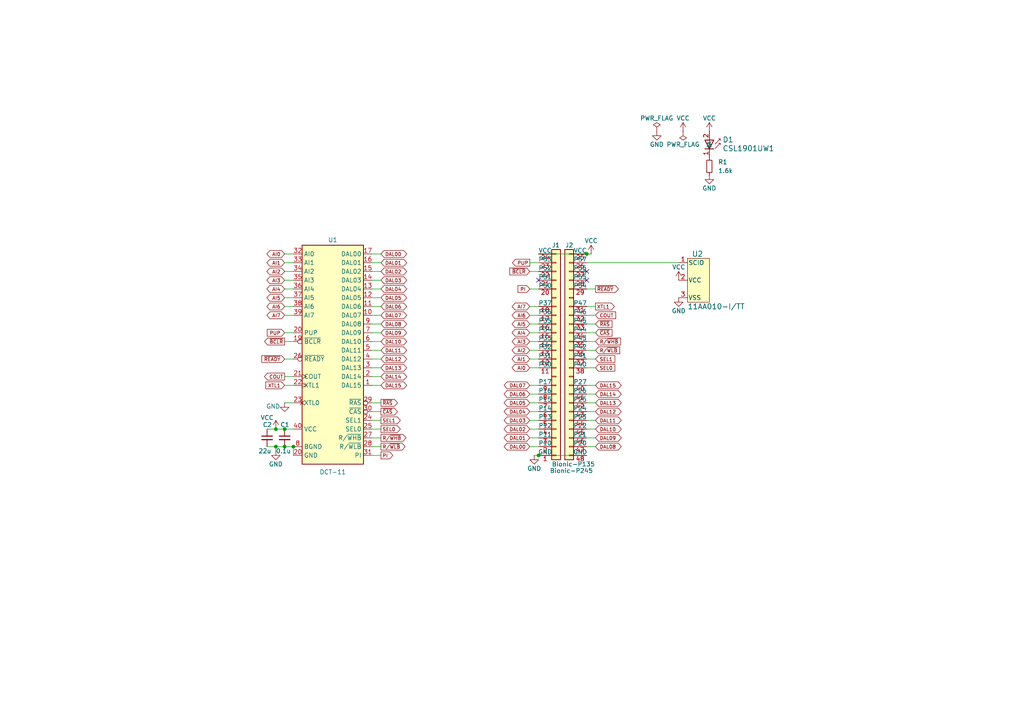
<source format=kicad_sch>
(kicad_sch (version 20250114) (generator "eeschema") (generator_version "9.0")
  (paper "A4")
  (title_block (title "BionicDCT11") (date "2025-12-24") (rev "1") (company "Tadashi G. Takaoka"))
  (lib_symbols
    (symbol "Device:C_Small" (pin_numbers (hide yes)) (pin_names (offset 0.254) (hide yes))
      (property "Reference" "C" (at 0.254 1.778 0))
      (property "Value" "C_Small" (at 0.254 -2.032 0))
      (symbol "C_Small_0_1"
        (polyline (pts (xy -1.524 0.508) (xy 1.524 0.508)) (stroke (width 0.3048)))
        (polyline (pts (xy -1.524 -0.508) (xy 1.524 -0.508)) (stroke (width 0.3302)))
      )
      (symbol "C_Small_1_1"
        (pin passive line (at 0 2.54 270) (length 2.032) (name "~") (number "1"))
        (pin passive line (at 0 -2.54 90) (length 2.032) (name "~") (number "2"))
      )
    )
    (symbol "Device:R_Small" (pin_numbers (hide yes)) (pin_names (offset 0.254) (hide yes))
      (property "Reference" "R" (at 0.762 0.508 0))
      (property "Value" "R_Small" (at 0.762 -1.016 0))
      (symbol "R_Small_0_1"
        (rectangle (start -0.762 1.778) (end 0.762 -1.778) (stroke (width 0.2032)))
      )
      (symbol "R_Small_1_1"
        (pin passive line (at 0 2.54 270) (length 0.762) (name "~") (number "1"))
        (pin passive line (at 0 -2.54 90) (length 0.762) (name "~") (number "2"))
      )
    )
    (symbol "bionic:Bionic-P135" (pin_names (offset 0))
      (property "Reference" "J" (at 0 30.48 0))
      (property "Value" "Bionic-P135" (at -1.27 -33.02 0))
      (symbol "Bionic-P135_1_1"
        (rectangle (start 0 28.067) (end -1.27 27.813) (stroke (width 0.1524)))
        (rectangle (start 0 25.527) (end -1.27 25.273) (stroke (width 0.1524)))
        (rectangle (start 0 22.987) (end -1.27 22.733) (stroke (width 0.1524)))
        (rectangle (start 0 20.447) (end -1.27 20.193) (stroke (width 0.1524)))
        (rectangle (start 0 17.907) (end -1.27 17.653) (stroke (width 0.1524)))
        (rectangle (start 0 15.367) (end -1.27 15.113) (stroke (width 0.1524)))
        (rectangle (start 0 12.827) (end -1.27 12.573) (stroke (width 0.1524)))
        (rectangle (start 0 10.287) (end -1.27 10.033) (stroke (width 0.1524)))
        (rectangle (start 0 7.747) (end -1.27 7.493) (stroke (width 0.1524)))
        (rectangle (start 0 5.207) (end -1.27 4.953) (stroke (width 0.1524)))
        (rectangle (start 0 2.667) (end -1.27 2.413) (stroke (width 0.1524)))
        (rectangle (start 0 0.127) (end -1.27 -0.127) (stroke (width 0.1524)))
        (rectangle (start 0 -2.413) (end -1.27 -2.667) (stroke (width 0.1524)))
        (rectangle (start 0 -4.953) (end -1.27 -5.207) (stroke (width 0.1524)))
        (rectangle (start 0 -7.493) (end -1.27 -7.747) (stroke (width 0.1524)))
        (rectangle (start 0 -10.033) (end -1.27 -10.287) (stroke (width 0.1524)))
        (rectangle (start 0 -12.573) (end -1.27 -12.827) (stroke (width 0.1524)))
        (rectangle (start 0 -15.113) (end -1.27 -15.367) (stroke (width 0.1524)))
        (rectangle (start 0 -17.653) (end -1.27 -17.907) (stroke (width 0.1524)))
        (rectangle (start 0 -20.193) (end -1.27 -20.447) (stroke (width 0.1524)))
        (rectangle (start 0 -22.733) (end -1.27 -22.987) (stroke (width 0.1524)))
        (rectangle (start 0 -25.273) (end -1.27 -25.527) (stroke (width 0.1524)))
        (rectangle (start 0 -27.813) (end -1.27 -28.067) (stroke (width 0.1524)))
        (rectangle (start 0 -30.353) (end -1.27 -30.607) (stroke (width 0.1524)))
        (rectangle (start 1.27 29.21) (end -1.27 -31.75) (stroke (width 0.254)) (fill (type background)))
        (pin power_in line (at -5.08 27.94 0) (length 3.81) (name "VCC") (number "24"))
        (pin bidirectional line (at -5.08 25.4 0) (length 3.81) (name "P53") (number "23"))
        (pin bidirectional line (at -5.08 22.86 0) (length 3.81) (name "P52") (number "22"))
        (pin bidirectional line (at -5.08 20.32 0) (length 3.81) (name "P51") (number "21"))
        (pin bidirectional line (at -5.08 17.78 0) (length 3.81) (name "P50") (number "20"))
        (pin bidirectional line (at -5.08 12.7 0) (length 3.81) (name "P37") (number "18"))
        (pin bidirectional line (at -5.08 10.16 0) (length 3.81) (name "P36") (number "17"))
        (pin bidirectional line (at -5.08 7.62 0) (length 3.81) (name "P35") (number "16"))
        (pin bidirectional line (at -5.08 5.08 0) (length 3.81) (name "P34") (number "15"))
        (pin bidirectional line (at -5.08 2.54 0) (length 3.81) (name "P33") (number "14"))
        (pin bidirectional line (at -5.08 0 0) (length 3.81) (name "P32") (number "13"))
        (pin bidirectional line (at -5.08 -2.54 0) (length 3.81) (name "P31") (number "12"))
        (pin bidirectional line (at -5.08 -5.08 0) (length 3.81) (name "P30") (number "11"))
        (pin bidirectional line (at -5.08 -10.16 0) (length 3.81) (name "P17") (number "9"))
        (pin bidirectional line (at -5.08 -12.7 0) (length 3.81) (name "P16") (number "8"))
        (pin bidirectional line (at -5.08 -15.24 0) (length 3.81) (name "P15") (number "7"))
        (pin bidirectional line (at -5.08 -17.78 0) (length 3.81) (name "P14") (number "6"))
        (pin bidirectional line (at -5.08 -20.32 0) (length 3.81) (name "P13") (number "5"))
        (pin bidirectional line (at -5.08 -22.86 0) (length 3.81) (name "P12") (number "4"))
        (pin bidirectional line (at -5.08 -25.4 0) (length 3.81) (name "P11") (number "3"))
        (pin bidirectional line (at -5.08 -27.94 0) (length 3.81) (name "P10") (number "2"))
        (pin power_in line (at -5.08 -30.48 0) (length 3.81) (name "GND") (number "1"))
      )
    )
    (symbol "bionic:Bionic-P245" (pin_names (offset 0))
      (property "Reference" "J" (at -3.81 30.48 0))
      (property "Value" "Bionic-P245" (at -1.27 -33.02 0))
      (symbol "Bionic-P245_1_1"
        (rectangle (start -2.54 29.21) (end -5.08 -31.75) (stroke (width 0.254)) (fill (type background)))
        (rectangle (start -2.54 27.813) (end -3.81 28.067) (stroke (width 0.1524)))
        (rectangle (start -2.54 25.273) (end -3.81 25.527) (stroke (width 0.1524)))
        (rectangle (start -2.54 22.733) (end -3.81 22.987) (stroke (width 0.1524)))
        (rectangle (start -2.54 20.193) (end -3.81 20.447) (stroke (width 0.1524)))
        (rectangle (start -2.54 17.653) (end -3.81 17.907) (stroke (width 0.1524)))
        (rectangle (start -2.54 15.113) (end -3.81 15.367) (stroke (width 0.1524)))
        (rectangle (start -2.54 12.573) (end -3.81 12.827) (stroke (width 0.1524)))
        (rectangle (start -2.54 10.033) (end -3.81 10.287) (stroke (width 0.1524)))
        (rectangle (start -2.54 7.493) (end -3.81 7.747) (stroke (width 0.1524)))
        (rectangle (start -2.54 4.953) (end -3.81 5.207) (stroke (width 0.1524)))
        (rectangle (start -2.54 2.413) (end -3.81 2.667) (stroke (width 0.1524)))
        (rectangle (start -2.54 -0.127) (end -3.81 0.127) (stroke (width 0.1524)))
        (rectangle (start -2.54 -2.667) (end -3.81 -2.413) (stroke (width 0.1524)))
        (rectangle (start -2.54 -5.207) (end -3.81 -4.953) (stroke (width 0.1524)))
        (rectangle (start -2.54 -7.747) (end -3.81 -7.493) (stroke (width 0.1524)))
        (rectangle (start -2.54 -10.287) (end -3.81 -10.033) (stroke (width 0.1524)))
        (rectangle (start -2.54 -12.827) (end -3.81 -12.573) (stroke (width 0.1524)))
        (rectangle (start -2.54 -15.367) (end -3.81 -15.113) (stroke (width 0.1524)))
        (rectangle (start -2.54 -17.907) (end -3.81 -17.653) (stroke (width 0.1524)))
        (rectangle (start -2.54 -20.447) (end -3.81 -20.193) (stroke (width 0.1524)))
        (rectangle (start -2.54 -22.987) (end -3.81 -22.733) (stroke (width 0.1524)))
        (rectangle (start -2.54 -25.527) (end -3.81 -25.273) (stroke (width 0.1524)))
        (rectangle (start -2.54 -28.067) (end -3.81 -27.813) (stroke (width 0.1524)))
        (rectangle (start -2.54 -30.607) (end -3.81 -30.353) (stroke (width 0.1524)))
        (pin power_in line (at 1.27 27.94 180) (length 3.81) (name "VCC") (number "25"))
        (pin bidirectional line (at 1.27 25.4 180) (length 3.81) (name "P57") (number "26"))
        (pin bidirectional line (at 1.27 22.86 180) (length 3.81) (name "P56") (number "27"))
        (pin bidirectional line (at 1.27 20.32 180) (length 3.81) (name "P55") (number "28"))
        (pin bidirectional line (at 1.27 17.78 180) (length 3.81) (name "P54") (number "29"))
        (pin bidirectional line (at 1.27 12.7 180) (length 3.81) (name "P47") (number "31"))
        (pin bidirectional line (at 1.27 10.16 180) (length 3.81) (name "P46") (number "32"))
        (pin bidirectional line (at 1.27 7.62 180) (length 3.81) (name "P45") (number "33"))
        (pin bidirectional line (at 1.27 5.08 180) (length 3.81) (name "P44") (number "34"))
        (pin bidirectional line (at 1.27 2.54 180) (length 3.81) (name "P43") (number "35"))
        (pin bidirectional line (at 1.27 0 180) (length 3.81) (name "P42") (number "36"))
        (pin bidirectional line (at 1.27 -2.54 180) (length 3.81) (name "P41") (number "37"))
        (pin bidirectional line (at 1.27 -5.08 180) (length 3.81) (name "P40") (number "38"))
        (pin bidirectional line (at 1.27 -10.16 180) (length 3.81) (name "P27") (number "40"))
        (pin bidirectional line (at 1.27 -12.7 180) (length 3.81) (name "P26") (number "41"))
        (pin bidirectional line (at 1.27 -15.24 180) (length 3.81) (name "P25") (number "42"))
        (pin bidirectional line (at 1.27 -17.78 180) (length 3.81) (name "P24") (number "43"))
        (pin bidirectional line (at 1.27 -20.32 180) (length 3.81) (name "P23") (number "44"))
        (pin bidirectional line (at 1.27 -22.86 180) (length 3.81) (name "P22") (number "45"))
        (pin bidirectional line (at 1.27 -25.4 180) (length 3.81) (name "P21") (number "46"))
        (pin bidirectional line (at 1.27 -27.94 180) (length 3.81) (name "P20") (number "47"))
        (pin power_in line (at 1.27 -30.48 180) (length 3.81) (name "GND") (number "48"))
      )
    )
    (symbol "cpu:DCT-11"
      (property "Reference" "U" (at -1.27 31.75 0))
      (property "Value" "DCT-11" (at 0 -34.798 0))
      (symbol "DCT-11_0_1"
        (rectangle (start -8.89 30.48) (end 8.89 -33.02) (stroke (width 0.254)) (fill (type background)))
      )
      (symbol "DCT-11_1_1"
        (pin bidirectional line (at -11.43 27.94 0) (length 2.54) (name "AI0") (number "32"))
        (pin bidirectional line (at -11.43 25.4 0) (length 2.54) (name "AI1") (number "33"))
        (pin bidirectional line (at -11.43 22.86 0) (length 2.54) (name "AI2") (number "34"))
        (pin bidirectional line (at -11.43 20.32 0) (length 2.54) (name "AI3") (number "35"))
        (pin bidirectional line (at -11.43 17.78 0) (length 2.54) (name "AI4") (number "36"))
        (pin bidirectional line (at -11.43 15.24 0) (length 2.54) (name "AI5") (number "37"))
        (pin bidirectional line (at -11.43 12.7 0) (length 2.54) (name "AI6") (number "38"))
        (pin bidirectional line (at -11.43 10.16 0) (length 2.54) (name "AI7") (number "39"))
        (pin input line (at -11.43 5.08 0) (length 2.54) (name "PUP") (number "20"))
        (pin output inverted (at -11.43 2.54 0) (length 2.54) (name "~{BCLR}") (number "19"))
        (pin input inverted (at -11.43 -2.54 0) (length 2.54) (name "~{READY}") (number "26"))
        (pin output clock (at -11.43 -7.62 0) (length 2.54) (name "COUT") (number "21"))
        (pin input clock (at -11.43 -10.16 0) (length 2.54) (name "XTL1") (number "22"))
        (pin passive non_logic (at -11.43 -15.24 0) (length 2.54) (name "XTL0") (number "23"))
        (pin power_in line (at -11.43 -22.86 0) (length 2.54) (name "VCC") (number "40"))
        (pin power_in line (at -11.43 -27.94 0) (length 2.54) (name "BGND") (number "8"))
        (pin power_in line (at -11.43 -30.48 0) (length 2.54) (name "GND") (number "20"))
        (pin bidirectional line (at 11.43 27.94 180) (length 2.54) (name "DAL00") (number "17"))
        (pin bidirectional line (at 11.43 25.4 180) (length 2.54) (name "DAL01") (number "16"))
        (pin bidirectional line (at 11.43 22.86 180) (length 2.54) (name "DAL02") (number "15"))
        (pin bidirectional line (at 11.43 20.32 180) (length 2.54) (name "DAL03") (number "14"))
        (pin bidirectional line (at 11.43 17.78 180) (length 2.54) (name "DAL04") (number "13"))
        (pin bidirectional line (at 11.43 15.24 180) (length 2.54) (name "DAL05") (number "12"))
        (pin bidirectional line (at 11.43 12.7 180) (length 2.54) (name "DAL06") (number "11"))
        (pin bidirectional line (at 11.43 10.16 180) (length 2.54) (name "DAL07") (number "10"))
        (pin bidirectional line (at 11.43 7.62 180) (length 2.54) (name "DAL08") (number "9"))
        (pin bidirectional line (at 11.43 5.08 180) (length 2.54) (name "DAL09") (number "7"))
        (pin bidirectional line (at 11.43 2.54 180) (length 2.54) (name "DAL10") (number "6"))
        (pin bidirectional line (at 11.43 0 180) (length 2.54) (name "DAL11") (number "5"))
        (pin bidirectional line (at 11.43 -2.54 180) (length 2.54) (name "DAL12") (number "4"))
        (pin bidirectional line (at 11.43 -5.08 180) (length 2.54) (name "DAL13") (number "3"))
        (pin bidirectional line (at 11.43 -7.62 180) (length 2.54) (name "DAL14") (number "2"))
        (pin bidirectional line (at 11.43 -10.16 180) (length 2.54) (name "DAL15") (number "1"))
        (pin output inverted (at 11.43 -15.24 180) (length 2.54) (name "~{RAS}") (number "29"))
        (pin output inverted (at 11.43 -17.78 180) (length 2.54) (name "~{CAS}") (number "30"))
        (pin output line (at 11.43 -20.32 180) (length 2.54) (name "SEL1") (number "24"))
        (pin output line (at 11.43 -22.86 180) (length 2.54) (name "SEL0") (number "25"))
        (pin output line (at 11.43 -25.4 180) (length 2.54) (name "R/~{WHB}") (number "27"))
        (pin output line (at 11.43 -27.94 180) (length 2.54) (name "R/~{WLB}") (number "28"))
        (pin output line (at 11.43 -30.48 180) (length 2.54) (name "PI") (number "31"))
      )
    )
    (symbol "microchip:11AA010-I_TT" (pin_names (offset 0.254))
      (property "Reference" "U" (at 2.54 1.27 0))
      (property "Value" "11AA010-I/TT" (at 3.81 -13.97 0))
      (symbol "11AA010-I_TT_1_1"
        (rectangle (start 0 0) (end 6.35 -12.7) (fill (type background)))
        (pin bidirectional line (at -2.54 -1.27 0) (length 2.54) (name "SCIO") (number "1"))
        (pin power_in line (at -2.54 -6.35 0) (length 2.54) (name "VCC") (number "2"))
        (pin power_in line (at -2.54 -11.43 0) (length 2.54) (name "VSS") (number "3"))
      )
    )
    (symbol "power:GND" (power) (pin_numbers (hide yes)) (pin_names (offset 0) (hide yes))
      (property "Value" "GND" (at 0 -3.81 0))
      (symbol "GND_0_1"
        (polyline (pts (xy 0 0) (xy 0 -1.27) (xy 1.27 -1.27) (xy 0 -2.54) (xy -1.27 -1.27) (xy 0 -1.27)))
      )
      (symbol "GND_1_1"
        (pin power_in line (at 0 0 270) (length 0) (name "~") (number "1"))
      )
    )
    (symbol "power:PWR_FLAG" (power) (pin_numbers (hide yes)) (pin_names (offset 0) (hide yes))
      (property "Value" "PWR_FLAG" (at 0 3.81 0))
      (symbol "PWR_FLAG_0_0"
        (pin power_out line (at 0 0 90) (length 0) (name "~") (number "1"))
      )
      (symbol "PWR_FLAG_0_1"
        (polyline (pts (xy 0 0) (xy 0 1.27) (xy -1.016 1.905) (xy 0 2.54) (xy 1.016 1.905) (xy 0 1.27)))
      )
    )
    (symbol "power:VCC" (power) (pin_numbers (hide yes)) (pin_names (offset 0) (hide yes))
      (property "Value" "VCC" (at 0 3.556 0))
      (symbol "VCC_0_1"
        (polyline (pts (xy -0.762 1.27) (xy 0 2.54)))
        (polyline (pts (xy 0 2.54) (xy 0.762 1.27)))
        (polyline (pts (xy 0 0) (xy 0 2.54)))
      )
      (symbol "VCC_1_1"
        (pin power_in line (at 0 0 90) (length 0) (name "~") (number "1"))
      )
    )
    (symbol "rhom:CSL1901UW1" (pin_names (offset 0.254))
      (property "Reference" "D" (at 3.81 -2.54 0))
      (property "Value" "CSL1901UW1" (at 3.81 -5.08 0))
      (symbol "CSL1901UW1_0_1"
        (polyline (pts (xy 2.159 3.175) (xy 2.667 3.175)))
        (polyline (pts (xy 2.54 0) (xy 5.08 0)))
        (polyline (pts (xy 2.54 -1.27) (xy 5.08 0) (xy 2.54 1.27) (xy 2.54 -1.27)) (stroke (width 0.254)))
        (polyline (pts (xy 3.683 1.651) (xy 2.159 3.175) (xy 2.159 2.667)))
        (polyline (pts (xy 4.953 1.651) (xy 3.429 3.175) (xy 3.429 2.667) (xy 3.429 3.175) (xy 3.937 3.175)))
        (polyline (pts (xy 5.08 1.27) (xy 5.08 -1.27)) (stroke (width 0.254)))
      )
      (symbol "CSL1901UW1_1_1"
        (pin passive line (at 0 0 0) (length 2.54) (name "A") (number "2"))
        (pin passive line (at 7.62 0 180) (length 2.54) (name "K") (number "1"))
      )
      (symbol "CSL1901UW1_1_2"
        (polyline (pts (xy -5.08 8.255) (xy -5.08 7.62)) (stroke (width 0.2032)))
        (polyline (pts (xy -5.08 7.62) (xy -4.445 8.255)) (stroke (width 0.2032)))
        (polyline (pts (xy -4.445 10.16) (xy -4.445 9.525)) (stroke (width 0.2032)))
        (polyline (pts (xy -4.445 9.525) (xy -3.81 10.16)) (stroke (width 0.2032)))
        (polyline (pts (xy -4.445 8.255) (xy -5.08 8.255)) (stroke (width 0.2032)))
        (polyline (pts (xy -4.445 6.35) (xy -3.81 6.985)) (stroke (width 0.2032)))
        (polyline (pts (xy -3.81 10.16) (xy -4.445 10.16)) (stroke (width 0.2032)))
        (polyline (pts (xy -3.81 8.255) (xy -3.175 8.89)) (stroke (width 0.2032)))
        (polyline (pts (xy -3.81 6.985) (xy -5.08 8.255)) (stroke (width 0.2032)))
        (polyline (pts (xy -3.175 8.89) (xy -4.445 10.16)) (stroke (width 0.2032)))
        (polyline (pts (xy -3.175 5.08) (xy -4.445 6.35)) (stroke (width 0.2032)))
        (polyline (pts (xy -2.54 6.985) (xy -3.81 8.255)) (stroke (width 0.2032)))
        (polyline (pts (xy -1.905 3.81) (xy 1.905 3.81)) (stroke (width 0.2032)))
        (polyline (pts (xy 0 6.35) (xy -1.905 3.81)) (stroke (width 0.2032)))
        (polyline (pts (xy 0 6.35) (xy 0 7.62)) (stroke (width 0.2032)))
        (polyline (pts (xy 0 3.175) (xy 0 3.81)) (stroke (width 0.2032)))
        (polyline (pts (xy 0 2.54) (xy 0 3.4798)) (stroke (width 0.2032)))
        (polyline (pts (xy 1.905 6.35) (xy -1.905 6.35)) (stroke (width 0.2032)))
        (polyline (pts (xy 1.905 3.81) (xy 0 6.35)) (stroke (width 0.2032)))
        (pin unspecified line (at 0 10.16 270) (length 2.54) (name "") (number "1"))
        (pin unspecified line (at 0 0 90) (length 2.54) (name "") (number "2"))
      )
    )
  )
  (junction (at 82.55 129.54))
  (junction (at 82.55 124.46))
  (junction (at 170.18 73.66))
  (junction (at 85.09 129.54))
  (junction (at 80.01 129.54))
  (junction (at 80.01 124.46))
  (junction (at 156.21 132.08))
  (no_connect (at 156.21 81.28))
  (no_connect (at 170.18 81.28))
  (no_connect (at 170.18 78.74))
  (wire (pts (xy 170.18 127) (xy 172.72 127)))
  (wire (pts (xy 82.55 104.14) (xy 85.09 104.14)))
  (wire (pts (xy 107.95 96.52) (xy 110.49 96.52)))
  (wire (pts (xy 82.55 109.22) (xy 85.09 109.22)))
  (wire (pts (xy 170.18 101.6) (xy 172.72 101.6)))
  (wire (pts (xy 77.47 124.46) (xy 80.01 124.46)))
  (wire (pts (xy 153.67 88.9) (xy 156.21 88.9)))
  (wire (pts (xy 107.95 91.44) (xy 110.49 91.44)))
  (wire (pts (xy 80.01 124.46) (xy 82.55 124.46)))
  (wire (pts (xy 82.55 116.84) (xy 85.09 116.84)))
  (wire (pts (xy 107.95 109.22) (xy 110.49 109.22)))
  (wire (pts (xy 153.67 111.76) (xy 156.21 111.76)))
  (wire (pts (xy 107.95 83.82) (xy 110.49 83.82)))
  (wire (pts (xy 82.55 129.54) (xy 85.09 129.54)))
  (wire (pts (xy 107.95 86.36) (xy 110.49 86.36)))
  (wire (pts (xy 170.18 114.3) (xy 172.72 114.3)))
  (wire (pts (xy 82.55 96.52) (xy 85.09 96.52)))
  (wire (pts (xy 170.18 129.54) (xy 172.72 129.54)))
  (wire (pts (xy 85.09 129.54) (xy 85.09 132.08)))
  (wire (pts (xy 170.18 76.2) (xy 196.85 76.2)))
  (wire (pts (xy 107.95 101.6) (xy 110.49 101.6)))
  (wire (pts (xy 153.67 116.84) (xy 156.21 116.84)))
  (wire (pts (xy 153.67 129.54) (xy 156.21 129.54)))
  (wire (pts (xy 107.95 81.28) (xy 110.49 81.28)))
  (wire (pts (xy 153.67 104.14) (xy 156.21 104.14)))
  (wire (pts (xy 153.67 114.3) (xy 156.21 114.3)))
  (wire (pts (xy 107.95 127) (xy 110.49 127)))
  (wire (pts (xy 170.18 88.9) (xy 172.72 88.9)))
  (wire (pts (xy 107.95 121.92) (xy 110.49 121.92)))
  (wire (pts (xy 170.18 91.44) (xy 172.72 91.44)))
  (wire (pts (xy 107.95 124.46) (xy 110.49 124.46)))
  (wire (pts (xy 170.18 124.46) (xy 172.72 124.46)))
  (wire (pts (xy 82.55 91.44) (xy 85.09 91.44)))
  (wire (pts (xy 107.95 78.74) (xy 110.49 78.74)))
  (wire (pts (xy 107.95 76.2) (xy 110.49 76.2)))
  (wire (pts (xy 82.55 86.36) (xy 85.09 86.36)))
  (wire (pts (xy 82.55 73.66) (xy 85.09 73.66)))
  (wire (pts (xy 170.18 73.66) (xy 171.45 73.66)))
  (wire (pts (xy 82.55 99.06) (xy 85.09 99.06)))
  (wire (pts (xy 170.18 83.82) (xy 172.72 83.82)))
  (wire (pts (xy 153.67 93.98) (xy 156.21 93.98)))
  (wire (pts (xy 170.18 111.76) (xy 172.72 111.76)))
  (wire (pts (xy 82.55 88.9) (xy 85.09 88.9)))
  (wire (pts (xy 107.95 106.68) (xy 110.49 106.68)))
  (wire (pts (xy 107.95 104.14) (xy 110.49 104.14)))
  (wire (pts (xy 107.95 116.84) (xy 110.49 116.84)))
  (wire (pts (xy 170.18 119.38) (xy 172.72 119.38)))
  (wire (pts (xy 107.95 119.38) (xy 110.49 119.38)))
  (wire (pts (xy 107.95 111.76) (xy 110.49 111.76)))
  (wire (pts (xy 82.55 81.28) (xy 85.09 81.28)))
  (wire (pts (xy 170.18 99.06) (xy 172.72 99.06)))
  (wire (pts (xy 153.67 99.06) (xy 156.21 99.06)))
  (wire (pts (xy 153.67 91.44) (xy 156.21 91.44)))
  (wire (pts (xy 153.67 101.6) (xy 156.21 101.6)))
  (wire (pts (xy 107.95 73.66) (xy 110.49 73.66)))
  (wire (pts (xy 170.18 104.14) (xy 172.72 104.14)))
  (wire (pts (xy 156.21 132.08) (xy 170.18 132.08)))
  (wire (pts (xy 153.67 127) (xy 156.21 127)))
  (wire (pts (xy 82.55 111.76) (xy 85.09 111.76)))
  (wire (pts (xy 153.67 96.52) (xy 156.21 96.52)))
  (wire (pts (xy 170.18 96.52) (xy 172.72 96.52)))
  (wire (pts (xy 170.18 93.98) (xy 172.72 93.98)))
  (wire (pts (xy 107.95 88.9) (xy 110.49 88.9)))
  (wire (pts (xy 82.55 83.82) (xy 85.09 83.82)))
  (wire (pts (xy 153.67 106.68) (xy 156.21 106.68)))
  (wire (pts (xy 80.01 130.81) (xy 80.01 129.54)))
  (wire (pts (xy 170.18 121.92) (xy 172.72 121.92)))
  (wire (pts (xy 170.18 106.68) (xy 172.72 106.68)))
  (wire (pts (xy 156.21 73.66) (xy 170.18 73.66)))
  (wire (pts (xy 107.95 99.06) (xy 110.49 99.06)))
  (wire (pts (xy 153.67 119.38) (xy 156.21 119.38)))
  (wire (pts (xy 170.18 116.84) (xy 172.72 116.84)))
  (wire (pts (xy 82.55 78.74) (xy 85.09 78.74)))
  (wire (pts (xy 77.47 129.54) (xy 80.01 129.54)))
  (wire (pts (xy 153.67 124.46) (xy 156.21 124.46)))
  (wire (pts (xy 82.55 124.46) (xy 85.09 124.46)))
  (wire (pts (xy 82.55 76.2) (xy 85.09 76.2)))
  (wire (pts (xy 107.95 132.08) (xy 110.49 132.08)))
  (wire (pts (xy 107.95 93.98) (xy 110.49 93.98)))
  (wire (pts (xy 80.01 129.54) (xy 82.55 129.54)))
  (wire (pts (xy 154.94 132.08) (xy 156.21 132.08)))
  (wire (pts (xy 153.67 78.74) (xy 156.21 78.74)))
  (wire (pts (xy 153.67 83.82) (xy 156.21 83.82)))
  (wire (pts (xy 153.67 76.2) (xy 156.21 76.2)))
  (wire (pts (xy 153.67 121.92) (xy 156.21 121.92)))
  (wire (pts (xy 107.95 129.54) (xy 110.49 129.54)))
  (global_label "DAL10" (shape bidirectional) (at 172.72 124.46 0) (effects (font (size 1.016 1.016))) (property "Intersheetrefs" "${INTERSHEET_REFS}" (effects (hide yes))))
  (global_label "PUP" (shape output) (at 153.67 76.2 180) (effects (font (size 1.016 1.016))) (property "Intersheetrefs" "${INTERSHEET_REFS}" (effects (hide yes))))
  (global_label "AI6" (shape bidirectional) (at 153.67 91.44 180) (effects (font (size 1.016 1.016))) (property "Intersheetrefs" "${INTERSHEET_REFS}" (effects (hide yes))))
  (global_label "DAL10" (shape bidirectional) (at 110.49 99.06 0) (effects (font (size 1.016 1.016))) (property "Intersheetrefs" "${INTERSHEET_REFS}" (effects (hide yes))))
  (global_label "AI1" (shape bidirectional) (at 82.55 76.2 180) (effects (font (size 1.016 1.016))) (property "Intersheetrefs" "${INTERSHEET_REFS}" (effects (hide yes))))
  (global_label "AI0" (shape bidirectional) (at 82.55 73.66 180) (effects (font (size 1.016 1.016))) (property "Intersheetrefs" "${INTERSHEET_REFS}" (effects (hide yes))))
  (global_label "DAL12" (shape bidirectional) (at 172.72 119.38 0) (effects (font (size 1.016 1.016))) (property "Intersheetrefs" "${INTERSHEET_REFS}" (effects (hide yes))))
  (global_label "SEL1" (shape input) (at 172.72 104.14 0) (effects (font (size 1.016 1.016))) (property "Intersheetrefs" "${INTERSHEET_REFS}" (effects (hide yes))))
  (global_label "DAL12" (shape bidirectional) (at 110.49 104.14 0) (effects (font (size 1.016 1.016))) (property "Intersheetrefs" "${INTERSHEET_REFS}" (effects (hide yes))))
  (global_label "DAL06" (shape bidirectional) (at 153.67 114.3 180) (effects (font (size 1.016 1.016))) (property "Intersheetrefs" "${INTERSHEET_REFS}" (effects (hide yes))))
  (global_label "AI3" (shape bidirectional) (at 153.67 99.06 180) (effects (font (size 1.016 1.016))) (property "Intersheetrefs" "${INTERSHEET_REFS}" (effects (hide yes))))
  (global_label "DAL03" (shape bidirectional) (at 110.49 81.28 0) (effects (font (size 1.016 1.016))) (property "Intersheetrefs" "${INTERSHEET_REFS}" (effects (hide yes))))
  (global_label "DAL07" (shape bidirectional) (at 153.67 111.76 180) (effects (font (size 1.016 1.016))) (property "Intersheetrefs" "${INTERSHEET_REFS}" (effects (hide yes))))
  (global_label "DAL00" (shape bidirectional) (at 110.49 73.66 0) (effects (font (size 1.016 1.016))) (property "Intersheetrefs" "${INTERSHEET_REFS}" (effects (hide yes))))
  (global_label "DAL14" (shape bidirectional) (at 172.72 114.3 0) (effects (font (size 1.016 1.016))) (property "Intersheetrefs" "${INTERSHEET_REFS}" (effects (hide yes))))
  (global_label "DAL01" (shape bidirectional) (at 110.49 76.2 0) (effects (font (size 1.016 1.016))) (property "Intersheetrefs" "${INTERSHEET_REFS}" (effects (hide yes))))
  (global_label "DAL09" (shape bidirectional) (at 110.49 96.52 0) (effects (font (size 1.016 1.016))) (property "Intersheetrefs" "${INTERSHEET_REFS}" (effects (hide yes))))
  (global_label "PUP" (shape input) (at 82.55 96.52 180) (effects (font (size 1.016 1.016))) (property "Intersheetrefs" "${INTERSHEET_REFS}" (effects (hide yes))))
  (global_label "DAL13" (shape bidirectional) (at 110.49 106.68 0) (effects (font (size 1.016 1.016))) (property "Intersheetrefs" "${INTERSHEET_REFS}" (effects (hide yes))))
  (global_label "DAL01" (shape bidirectional) (at 153.67 127 180) (effects (font (size 1.016 1.016))) (property "Intersheetrefs" "${INTERSHEET_REFS}" (effects (hide yes))))
  (global_label "XTL1" (shape output) (at 172.72 88.9 0) (effects (font (size 1.016 1.016))) (property "Intersheetrefs" "${INTERSHEET_REFS}" (effects (hide yes))))
  (global_label "DAL08" (shape bidirectional) (at 110.49 93.98 0) (effects (font (size 1.016 1.016))) (property "Intersheetrefs" "${INTERSHEET_REFS}" (effects (hide yes))))
  (global_label "DAL15" (shape bidirectional) (at 110.49 111.76 0) (effects (font (size 1.016 1.016))) (property "Intersheetrefs" "${INTERSHEET_REFS}" (effects (hide yes))))
  (global_label "~{CAS}" (shape output) (at 110.49 119.38 0) (effects (font (size 1.016 1.016))) (property "Intersheetrefs" "${INTERSHEET_REFS}" (effects (hide yes))))
  (global_label "SEL1" (shape output) (at 110.49 121.92 0) (effects (font (size 1.016 1.016))) (property "Intersheetrefs" "${INTERSHEET_REFS}" (effects (hide yes))))
  (global_label "XTL1" (shape input) (at 82.55 111.76 180) (effects (font (size 1.016 1.016))) (property "Intersheetrefs" "${INTERSHEET_REFS}" (effects (hide yes))))
  (global_label "PI" (shape input) (at 153.67 83.82 180) (effects (font (size 1.016 1.016))) (property "Intersheetrefs" "${INTERSHEET_REFS}" (effects (hide yes))))
  (global_label "SEL0" (shape input) (at 172.72 106.68 0) (effects (font (size 1.016 1.016))) (property "Intersheetrefs" "${INTERSHEET_REFS}" (effects (hide yes))))
  (global_label "DAL15" (shape bidirectional) (at 172.72 111.76 0) (effects (font (size 1.016 1.016))) (property "Intersheetrefs" "${INTERSHEET_REFS}" (effects (hide yes))))
  (global_label "AI1" (shape bidirectional) (at 153.67 104.14 180) (effects (font (size 1.016 1.016))) (property "Intersheetrefs" "${INTERSHEET_REFS}" (effects (hide yes))))
  (global_label "AI4" (shape bidirectional) (at 82.55 83.82 180) (effects (font (size 1.016 1.016))) (property "Intersheetrefs" "${INTERSHEET_REFS}" (effects (hide yes))))
  (global_label "DAL07" (shape bidirectional) (at 110.49 91.44 0) (effects (font (size 1.016 1.016))) (property "Intersheetrefs" "${INTERSHEET_REFS}" (effects (hide yes))))
  (global_label "AI2" (shape bidirectional) (at 153.67 101.6 180) (effects (font (size 1.016 1.016))) (property "Intersheetrefs" "${INTERSHEET_REFS}" (effects (hide yes))))
  (global_label "DAL06" (shape bidirectional) (at 110.49 88.9 0) (effects (font (size 1.016 1.016))) (property "Intersheetrefs" "${INTERSHEET_REFS}" (effects (hide yes))))
  (global_label "DAL08" (shape bidirectional) (at 172.72 129.54 0) (effects (font (size 1.016 1.016))) (property "Intersheetrefs" "${INTERSHEET_REFS}" (effects (hide yes))))
  (global_label "AI4" (shape bidirectional) (at 153.67 96.52 180) (effects (font (size 1.016 1.016))) (property "Intersheetrefs" "${INTERSHEET_REFS}" (effects (hide yes))))
  (global_label "DAL04" (shape bidirectional) (at 110.49 83.82 0) (effects (font (size 1.016 1.016))) (property "Intersheetrefs" "${INTERSHEET_REFS}" (effects (hide yes))))
  (global_label "DAL05" (shape bidirectional) (at 153.67 116.84 180) (effects (font (size 1.016 1.016))) (property "Intersheetrefs" "${INTERSHEET_REFS}" (effects (hide yes))))
  (global_label "AI7" (shape bidirectional) (at 153.67 88.9 180) (effects (font (size 1.016 1.016))) (property "Intersheetrefs" "${INTERSHEET_REFS}" (effects (hide yes))))
  (global_label "DAL11" (shape bidirectional) (at 172.72 121.92 0) (effects (font (size 1.016 1.016))) (property "Intersheetrefs" "${INTERSHEET_REFS}" (effects (hide yes))))
  (global_label "DAL11" (shape bidirectional) (at 110.49 101.6 0) (effects (font (size 1.016 1.016))) (property "Intersheetrefs" "${INTERSHEET_REFS}" (effects (hide yes))))
  (global_label "AI7" (shape bidirectional) (at 82.55 91.44 180) (effects (font (size 1.016 1.016))) (property "Intersheetrefs" "${INTERSHEET_REFS}" (effects (hide yes))))
  (global_label "DAL14" (shape bidirectional) (at 110.49 109.22 0) (effects (font (size 1.016 1.016))) (property "Intersheetrefs" "${INTERSHEET_REFS}" (effects (hide yes))))
  (global_label "PI" (shape output) (at 110.49 132.08 0) (effects (font (size 1.016 1.016))) (property "Intersheetrefs" "${INTERSHEET_REFS}" (effects (hide yes))))
  (global_label "~{RAS}" (shape output) (at 110.49 116.84 0) (effects (font (size 1.016 1.016))) (property "Intersheetrefs" "${INTERSHEET_REFS}" (effects (hide yes))))
  (global_label "DAL13" (shape bidirectional) (at 172.72 116.84 0) (effects (font (size 1.016 1.016))) (property "Intersheetrefs" "${INTERSHEET_REFS}" (effects (hide yes))))
  (global_label "AI5" (shape bidirectional) (at 82.55 86.36 180) (effects (font (size 1.016 1.016))) (property "Intersheetrefs" "${INTERSHEET_REFS}" (effects (hide yes))))
  (global_label "DAL00" (shape bidirectional) (at 153.67 129.54 180) (effects (font (size 1.016 1.016))) (property "Intersheetrefs" "${INTERSHEET_REFS}" (effects (hide yes))))
  (global_label "R{slash}~{WLB}" (shape output) (at 110.49 129.54 0) (effects (font (size 1.016 1.016))) (property "Intersheetrefs" "${INTERSHEET_REFS}" (effects (hide yes))))
  (global_label "~{BCLR}" (shape output) (at 82.55 99.06 180) (effects (font (size 1.016 1.016))) (property "Intersheetrefs" "${INTERSHEET_REFS}" (effects (hide yes))))
  (global_label "DAL03" (shape bidirectional) (at 153.67 121.92 180) (effects (font (size 1.016 1.016))) (property "Intersheetrefs" "${INTERSHEET_REFS}" (effects (hide yes))))
  (global_label "SEL0" (shape output) (at 110.49 124.46 0) (effects (font (size 1.016 1.016))) (property "Intersheetrefs" "${INTERSHEET_REFS}" (effects (hide yes))))
  (global_label "COUT" (shape output) (at 82.55 109.22 180) (effects (font (size 1.016 1.016))) (property "Intersheetrefs" "${INTERSHEET_REFS}" (effects (hide yes))))
  (global_label "AI0" (shape bidirectional) (at 153.67 106.68 180) (effects (font (size 1.016 1.016))) (property "Intersheetrefs" "${INTERSHEET_REFS}" (effects (hide yes))))
  (global_label "~{RAS}" (shape input) (at 172.72 93.98 0) (effects (font (size 1.016 1.016))) (property "Intersheetrefs" "${INTERSHEET_REFS}" (effects (hide yes))))
  (global_label "R{slash}~{WLB}" (shape input) (at 172.72 101.6 0) (effects (font (size 1.016 1.016))) (property "Intersheetrefs" "${INTERSHEET_REFS}" (effects (hide yes))))
  (global_label "AI6" (shape bidirectional) (at 82.55 88.9 180) (effects (font (size 1.016 1.016))) (property "Intersheetrefs" "${INTERSHEET_REFS}" (effects (hide yes))))
  (global_label "R{slash}~{WHB}" (shape output) (at 110.49 127 0) (effects (font (size 1.016 1.016))) (property "Intersheetrefs" "${INTERSHEET_REFS}" (effects (hide yes))))
  (global_label "AI5" (shape bidirectional) (at 153.67 93.98 180) (effects (font (size 1.016 1.016))) (property "Intersheetrefs" "${INTERSHEET_REFS}" (effects (hide yes))))
  (global_label "~{CAS}" (shape input) (at 172.72 96.52 0) (effects (font (size 1.016 1.016))) (property "Intersheetrefs" "${INTERSHEET_REFS}" (effects (hide yes))))
  (global_label "~{READY}" (shape input) (at 82.55 104.14 180) (effects (font (size 1.016 1.016))) (property "Intersheetrefs" "${INTERSHEET_REFS}" (effects (hide yes))))
  (global_label "AI3" (shape bidirectional) (at 82.55 81.28 180) (effects (font (size 1.016 1.016))) (property "Intersheetrefs" "${INTERSHEET_REFS}" (effects (hide yes))))
  (global_label "COUT" (shape input) (at 172.72 91.44 0) (effects (font (size 1.016 1.016))) (property "Intersheetrefs" "${INTERSHEET_REFS}" (effects (hide yes))))
  (global_label "R{slash}~{WHB}" (shape input) (at 172.72 99.06 0) (effects (font (size 1.016 1.016))) (property "Intersheetrefs" "${INTERSHEET_REFS}" (effects (hide yes))))
  (global_label "DAL05" (shape bidirectional) (at 110.49 86.36 0) (effects (font (size 1.016 1.016))) (property "Intersheetrefs" "${INTERSHEET_REFS}" (effects (hide yes))))
  (global_label "AI2" (shape bidirectional) (at 82.55 78.74 180) (effects (font (size 1.016 1.016))) (property "Intersheetrefs" "${INTERSHEET_REFS}" (effects (hide yes))))
  (global_label "DAL09" (shape bidirectional) (at 172.72 127 0) (effects (font (size 1.016 1.016))) (property "Intersheetrefs" "${INTERSHEET_REFS}" (effects (hide yes))))
  (global_label "DAL02" (shape bidirectional) (at 110.49 78.74 0) (effects (font (size 1.016 1.016))) (property "Intersheetrefs" "${INTERSHEET_REFS}" (effects (hide yes))))
  (global_label "~{BCLR}" (shape input) (at 153.67 78.74 180) (effects (font (size 1.016 1.016))) (property "Intersheetrefs" "${INTERSHEET_REFS}" (effects (hide yes))))
  (global_label "DAL04" (shape bidirectional) (at 153.67 119.38 180) (effects (font (size 1.016 1.016))) (property "Intersheetrefs" "${INTERSHEET_REFS}" (effects (hide yes))))
  (global_label "DAL02" (shape bidirectional) (at 153.67 124.46 180) (effects (font (size 1.016 1.016))) (property "Intersheetrefs" "${INTERSHEET_REFS}" (effects (hide yes))))
  (global_label "~{READY}" (shape output) (at 172.72 83.82 0) (effects (font (size 1.016 1.016))) (property "Intersheetrefs" "${INTERSHEET_REFS}" (effects (hide yes))))
  (symbol (lib_id "power:PWR_FLAG") (at 190.5 38.1 0) (unit 1)
    (property "Reference" "#FLG01" (effects (hide yes)))
    (property "Value" "PWR_FLAG" (at 190.5 34.29 0))
    (property "Description" "Special symbol for telling ERC where power comes from" (effects (hide yes)))
  )
  (symbol (lib_id "power:VCC") (at 205.74 38.1 0) (unit 1)
    (property "Reference" "#PWR09" (effects (hide yes)))
    (property "Value" "VCC" (at 205.74 34.29 0))
    (property "Description" "Power symbol creates a global label with name \"VCC\"" (effects (hide yes)))
  )
  (symbol (lib_id "power:GND") (at 196.85 86.36 0) (unit 1)
    (property "Reference" "#PWR06" (effects (hide yes)))
    (property "Value" "GND" (at 196.85 90.17 0))
    (property "Description" "Power symbol creates a global label with name \"GND\" , ground" (effects (hide yes)))
  )
  (symbol (lib_id "power:VCC") (at 196.85 81.28 0) (unit 1)
    (property "Reference" "#PWR05" (effects (hide yes)))
    (property "Value" "VCC" (at 196.85 77.47 0))
    (property "Description" "Power symbol creates a global label with name \"VCC\"" (effects (hide yes)))
  )
  (symbol (lib_id "power:PWR_FLAG") (at 198.12 38.1 180) (unit 1)
    (property "Reference" "#FLG02" (effects (hide yes)))
    (property "Value" "PWR_FLAG" (at 198.12 41.91 0))
    (property "Description" "Special symbol for telling ERC where power comes from" (effects (hide yes)))
  )
  (symbol (lib_id "power:VCC") (at 80.01 124.46 0) (unit 1)
    (property "Reference" "#PWR02" (effects (hide yes)))
    (property "Value" "VCC" (at 77.47 121.158 0))
    (property "Description" "Power symbol creates a global label with name \"VCC\"" (effects (hide yes)))
  )
  (symbol (lib_id "power:VCC") (at 171.45 73.66 0) (unit 1)
    (property "Reference" "#PWR03" (effects (hide yes)))
    (property "Value" "VCC" (at 171.45 69.85 0))
    (property "Description" "Power symbol creates a global label with name \"VCC\"" (effects (hide yes)))
  )
  (symbol (lib_id "microchip:11AA010-I_TT") (at 199.39 74.93 0) (unit 1)
    (property "Reference" "U2" (at 200.66 73.66 0) (effects (font (size 1.524 1.524)) (justify left)))
    (property "Value" "11AA010-I/TT" (at 199.39 88.9 0) (effects (font (size 1.524 1.524)) (justify left)))
    (property "Footprint" "microchip:SOT-23_MC_MCH-M" (effects (hide yes)))
    (property "Datasheet" "11AA010-I/TO" (effects (hide yes)))
    (property "Description" "UNI/O Serial EEPROM (1Kbit)" (effects (hide yes)))
  )
  (symbol (lib_id "rhom:CSL1901UW1") (at 205.74 38.1 270) (unit 1)
    (property "Reference" "D1" (at 209.55 40.5129 90) (effects (font (size 1.524 1.524)) (justify left)))
    (property "Value" "CSL1901UW1" (at 209.55 43.0529 90) (effects (font (size 1.524 1.524)) (justify left)))
    (property "Footprint" "rhom:LED_CSL1901UW1_ROM-M" (effects (hide yes)))
    (property "Datasheet" "https://fscdn.rohm.com/en/products/databook/datasheet/opto/led/chip_mono/csl1901uw1-e.pdf" (effects (hide yes)))
    (property "Description" "Red LED (Low Current Emission, SMD)" (effects (hide yes)))
  )
  (symbol (lib_id "power:GND") (at 205.74 50.8 0) (unit 1)
    (property "Reference" "#PWR010" (effects (hide yes)))
    (property "Value" "GND" (at 205.74 54.61 0))
    (property "Description" "Power symbol creates a global label with name \"GND\" , ground" (effects (hide yes)))
  )
  (symbol (lib_id "cpu:DCT-11") (at 96.52 101.6 0) (unit 1)
    (property "Reference" "U1" (at 96.52 69.596 0))
    (property "Value" "DCT-11" (at 96.52 136.906 0))
    (property "Footprint" "bionic:DIP-40_W15.24mm_Socket" (effects (hide yes)))
    (property "Datasheet" "http://www.bitsavers.org/pdf/dec/pdp11/t11/T11_UsersMan.pdf" (effects (hide yes)))
    (property "Description" "16-bit General Purpose Microprocessor, DIP-40" (effects (hide yes)))
  )
  (symbol (lib_id "bionic:Bionic-P135") (at 161.29 101.6 0) (unit 1)
    (property "Reference" "J1" (at 160.02 71.12 0) (effects (justify left)))
    (property "Value" "Bionic-P135" (at 160.02 134.62 0) (effects (justify left)))
    (property "Footprint" "bionic:Bionic-P135_THT" (effects (hide yes)))
    (property "Description" "Generic connector, single row, 01x24, script generated (kicad-library-utils/schlib/autogen/connector/)" (effects (hide yes)))
  )
  (symbol (lib_id "power:GND") (at 154.94 132.08 0) (unit 1)
    (property "Reference" "#PWR04" (effects (hide yes)))
    (property "Value" "GND" (at 154.94 135.89 0))
    (property "Description" "Power symbol creates a global label with name \"GND\" , ground" (effects (hide yes)))
  )
  (symbol (lib_id "power:VCC") (at 198.12 38.1 0) (unit 1)
    (property "Reference" "#PWR07" (effects (hide yes)))
    (property "Value" "VCC" (at 198.12 34.29 0))
    (property "Description" "Power symbol creates a global label with name \"VCC\"" (effects (hide yes)))
  )
  (symbol (lib_id "power:GND") (at 190.5 38.1 0) (unit 1)
    (property "Reference" "#PWR08" (effects (hide yes)))
    (property "Value" "GND" (at 190.5 41.91 0))
    (property "Description" "Power symbol creates a global label with name \"GND\" , ground" (effects (hide yes)))
  )
  (symbol (lib_id "bionic:Bionic-P245") (at 168.91 101.6 0) (unit 1)
    (property "Reference" "J2" (at 165.1 71.12 0))
    (property "Value" "Bionic-P245" (at 165.735 136.525 0))
    (property "Footprint" "bionic:Bionic-P245_THT" (effects (hide yes)))
    (property "Description" "Generic connector, single row, 01x24, script generated (kicad-library-utils/schlib/autogen/connector/)" (effects (hide yes)))
  )
  (symbol (lib_id "power:GND") (at 82.55 116.84 0) (unit 1)
    (property "Reference" "#PWR011" (effects (hide yes)))
    (property "Value" "GND" (at 79.2231 117.856 0))
    (property "Description" "Power symbol creates a global label with name \"GND\" , ground" (effects (hide yes)))
  )
  (symbol (lib_id "Device:R_Small") (at 205.74 48.26 0) (unit 1)
    (property "Reference" "R1" (at 208.28 46.99 0) (effects (justify left)))
    (property "Value" "1.6k" (at 208.28 49.53 0) (effects (justify left)))
    (property "Footprint" "Resistor_SMD:R_0603_1608Metric_Pad0.98x0.95mm_HandSolder" (effects (hide yes)))
  )
  (symbol (lib_id "Device:C_Small") (at 82.55 127 0) (unit 1)
    (property "Reference" "C1" (at 81.28 123.19 0) (effects (justify left)))
    (property "Value" "0.1u" (at 80.01 130.81 0) (effects (justify left)))
    (property "Footprint" "Capacitor_SMD:C_0603_1608Metric_Pad1.08x0.95mm_HandSolder" (effects (hide yes)))
  )
  (symbol (lib_id "power:GND") (at 80.01 130.81 0) (unit 1)
    (property "Reference" "#PWR01" (effects (hide yes)))
    (property "Value" "GND" (at 80.01 134.62 0))
    (property "Description" "Power symbol creates a global label with name \"GND\" , ground" (effects (hide yes)))
  )
  (symbol (lib_id "Device:C_Small") (at 77.47 127 0) (unit 1)
    (property "Reference" "C2" (at 76.2 123.19 0) (effects (justify left)))
    (property "Value" "22u" (at 74.93 130.81 0) (effects (justify left)))
    (property "Footprint" "Capacitor_SMD:C_0603_1608Metric_Pad1.08x0.95mm_HandSolder" (effects (hide yes)))
  )
)
</source>
